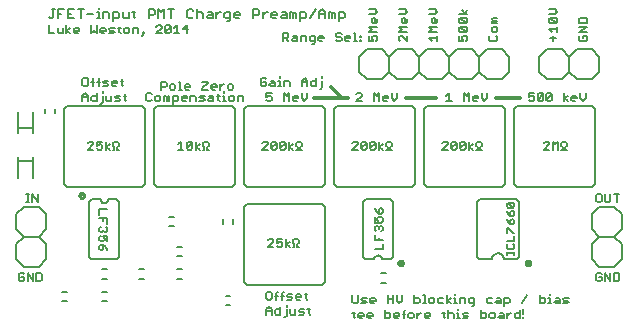
<source format=gto>
G75*
%MOIN*%
%OFA0B0*%
%FSLAX24Y24*%
%IPPOS*%
%LPD*%
%AMOC8*
5,1,8,0,0,1.08239X$1,22.5*
%
%ADD10C,0.0050*%
%ADD11C,0.0120*%
%ADD12C,0.0070*%
%ADD13C,0.0090*%
%ADD14C,0.0060*%
%ADD15C,0.0080*%
D10*
X002004Y000993D02*
X002164Y000993D01*
X002164Y001307D02*
X002004Y001307D01*
X001319Y001720D02*
X001274Y001675D01*
X001139Y001675D01*
X001139Y001945D01*
X001274Y001945D01*
X001319Y001900D01*
X001319Y001720D01*
X001025Y001675D02*
X001025Y001945D01*
X000845Y001945D02*
X001025Y001675D01*
X000845Y001675D02*
X000845Y001945D01*
X000730Y001900D02*
X000685Y001945D01*
X000595Y001945D01*
X000550Y001900D01*
X000550Y001720D01*
X000595Y001675D01*
X000685Y001675D01*
X000730Y001720D01*
X000730Y001810D01*
X000640Y001810D01*
X003320Y001743D02*
X003480Y001743D01*
X003480Y002057D02*
X003320Y002057D01*
X003328Y002704D02*
X003373Y002749D01*
X003373Y002884D01*
X003283Y002884D01*
X003238Y002839D01*
X003238Y002749D01*
X003283Y002704D01*
X003328Y002704D01*
X003463Y002794D02*
X003373Y002884D01*
X003373Y002998D02*
X003283Y002998D01*
X003238Y003043D01*
X003238Y003134D01*
X003283Y003179D01*
X003373Y003179D02*
X003418Y003088D01*
X003418Y003043D01*
X003373Y002998D01*
X003508Y002998D02*
X003508Y003179D01*
X003373Y003179D01*
X003418Y003293D02*
X003373Y003338D01*
X003328Y003293D01*
X003283Y003293D01*
X003238Y003338D01*
X003238Y003428D01*
X003283Y003473D01*
X003373Y003383D02*
X003373Y003338D01*
X003418Y003293D02*
X003463Y003293D01*
X003508Y003338D01*
X003508Y003428D01*
X003463Y003473D01*
X003508Y003588D02*
X003508Y003768D01*
X003238Y003768D01*
X003238Y003882D02*
X003238Y004063D01*
X003508Y004063D01*
X003373Y003768D02*
X003373Y003678D01*
X003463Y002794D02*
X003508Y002704D01*
X004570Y002057D02*
X004730Y002057D01*
X004730Y001743D02*
X004570Y001743D01*
X003480Y001307D02*
X003320Y001307D01*
X003320Y000993D02*
X003480Y000993D01*
X005820Y001743D02*
X005980Y001743D01*
X005980Y002057D02*
X005820Y002057D01*
X005820Y002493D02*
X005980Y002493D01*
X005980Y002807D02*
X005820Y002807D01*
X005730Y003493D02*
X005570Y003493D01*
X005570Y003807D02*
X005730Y003807D01*
X007368Y003730D02*
X007368Y003570D01*
X007682Y003570D02*
X007682Y003730D01*
X008863Y003025D02*
X008908Y003070D01*
X008998Y003070D01*
X009043Y003025D01*
X009043Y002980D01*
X008863Y002800D01*
X009043Y002800D01*
X009157Y002845D02*
X009202Y002800D01*
X009292Y002800D01*
X009337Y002845D01*
X009337Y002935D01*
X009292Y002980D01*
X009247Y002980D01*
X009157Y002935D01*
X009157Y003070D01*
X009337Y003070D01*
X009452Y003070D02*
X009452Y002800D01*
X009452Y002890D02*
X009587Y002980D01*
X009697Y002935D02*
X009742Y002890D01*
X009742Y002800D01*
X009697Y002800D01*
X009587Y002800D02*
X009452Y002890D01*
X009697Y002935D02*
X009697Y003025D01*
X009742Y003070D01*
X009832Y003070D01*
X009878Y003025D01*
X009878Y002935D01*
X009832Y002890D01*
X009832Y002800D01*
X009878Y002800D01*
X012417Y002738D02*
X012688Y002738D01*
X012688Y002918D01*
X012688Y003032D02*
X012417Y003032D01*
X012417Y003212D01*
X012462Y003327D02*
X012417Y003372D01*
X012417Y003462D01*
X012462Y003507D01*
X012507Y003507D01*
X012552Y003462D01*
X012597Y003507D01*
X012642Y003507D01*
X012688Y003462D01*
X012688Y003372D01*
X012642Y003327D01*
X012552Y003417D02*
X012552Y003462D01*
X012552Y003621D02*
X012417Y003621D01*
X012417Y003802D01*
X012507Y003757D02*
X012552Y003802D01*
X012642Y003802D01*
X012688Y003757D01*
X012688Y003666D01*
X012642Y003621D01*
X012552Y003621D02*
X012507Y003712D01*
X012507Y003757D01*
X012552Y003916D02*
X012552Y004051D01*
X012597Y004096D01*
X012642Y004096D01*
X012688Y004051D01*
X012688Y003961D01*
X012642Y003916D01*
X012552Y003916D01*
X012462Y004006D01*
X012417Y004096D01*
X012552Y003122D02*
X012552Y003032D01*
X012633Y001932D02*
X012793Y001932D01*
X012793Y001618D02*
X012633Y001618D01*
X012854Y001195D02*
X012854Y000925D01*
X012854Y001060D02*
X013034Y001060D01*
X013148Y001015D02*
X013238Y000925D01*
X013328Y001015D01*
X013328Y001195D01*
X013148Y001195D02*
X013148Y001015D01*
X013034Y000925D02*
X013034Y001195D01*
X012444Y001060D02*
X012444Y001015D01*
X012264Y001015D01*
X012264Y000970D02*
X012264Y001060D01*
X012309Y001105D01*
X012399Y001105D01*
X012444Y001060D01*
X012399Y000925D02*
X012309Y000925D01*
X012264Y000970D01*
X012150Y000970D02*
X012105Y001015D01*
X012015Y001015D01*
X011970Y001060D01*
X012015Y001105D01*
X012150Y001105D01*
X012150Y000970D02*
X012105Y000925D01*
X011970Y000925D01*
X011855Y000970D02*
X011855Y001195D01*
X011675Y001195D02*
X011675Y000970D01*
X011720Y000925D01*
X011810Y000925D01*
X011855Y000970D01*
X011720Y000650D02*
X011720Y000470D01*
X011765Y000425D01*
X011871Y000470D02*
X011871Y000560D01*
X011916Y000605D01*
X012007Y000605D01*
X012052Y000560D01*
X012052Y000515D01*
X011871Y000515D01*
X011871Y000470D02*
X011916Y000425D01*
X012007Y000425D01*
X012166Y000470D02*
X012166Y000560D01*
X012211Y000605D01*
X012301Y000605D01*
X012346Y000560D01*
X012346Y000515D01*
X012166Y000515D01*
X012166Y000470D02*
X012211Y000425D01*
X012301Y000425D01*
X012755Y000425D02*
X012891Y000425D01*
X012936Y000470D01*
X012936Y000560D01*
X012891Y000605D01*
X012755Y000605D01*
X012755Y000695D02*
X012755Y000425D01*
X013050Y000470D02*
X013050Y000560D01*
X013095Y000605D01*
X013185Y000605D01*
X013230Y000560D01*
X013230Y000515D01*
X013050Y000515D01*
X013050Y000470D02*
X013095Y000425D01*
X013185Y000425D01*
X013390Y000425D02*
X013390Y000650D01*
X013435Y000695D01*
X013435Y000560D02*
X013345Y000560D01*
X013541Y000560D02*
X013541Y000470D01*
X013586Y000425D01*
X013676Y000425D01*
X013721Y000470D01*
X013721Y000560D01*
X013676Y000605D01*
X013586Y000605D01*
X013541Y000560D01*
X013836Y000515D02*
X013926Y000605D01*
X013971Y000605D01*
X014081Y000560D02*
X014126Y000605D01*
X014216Y000605D01*
X014261Y000560D01*
X014261Y000515D01*
X014081Y000515D01*
X014081Y000470D02*
X014081Y000560D01*
X014081Y000470D02*
X014126Y000425D01*
X014216Y000425D01*
X013836Y000425D02*
X013836Y000605D01*
X013873Y000925D02*
X013918Y000970D01*
X013918Y001060D01*
X013873Y001105D01*
X013738Y001105D01*
X013738Y001195D02*
X013738Y000925D01*
X013873Y000925D01*
X014032Y000925D02*
X014122Y000925D01*
X014077Y000925D02*
X014077Y001195D01*
X014032Y001195D01*
X014229Y001060D02*
X014229Y000970D01*
X014274Y000925D01*
X014364Y000925D01*
X014409Y000970D01*
X014409Y001060D01*
X014364Y001105D01*
X014274Y001105D01*
X014229Y001060D01*
X014523Y001060D02*
X014523Y000970D01*
X014568Y000925D01*
X014703Y000925D01*
X014818Y000925D02*
X014818Y001195D01*
X014703Y001105D02*
X014568Y001105D01*
X014523Y001060D01*
X014818Y001015D02*
X014953Y001105D01*
X015063Y001105D02*
X015109Y001105D01*
X015109Y000925D01*
X015154Y000925D02*
X015063Y000925D01*
X014953Y000925D02*
X014818Y001015D01*
X015109Y001195D02*
X015109Y001240D01*
X015260Y001105D02*
X015395Y001105D01*
X015440Y001060D01*
X015440Y000925D01*
X015555Y000970D02*
X015600Y000925D01*
X015735Y000925D01*
X015735Y000880D02*
X015735Y001105D01*
X015600Y001105D01*
X015555Y001060D01*
X015555Y000970D01*
X015645Y000835D02*
X015690Y000835D01*
X015735Y000880D01*
X015947Y000695D02*
X015947Y000425D01*
X016083Y000425D01*
X016128Y000470D01*
X016128Y000560D01*
X016083Y000605D01*
X015947Y000605D01*
X016242Y000560D02*
X016242Y000470D01*
X016287Y000425D01*
X016377Y000425D01*
X016422Y000470D01*
X016422Y000560D01*
X016377Y000605D01*
X016287Y000605D01*
X016242Y000560D01*
X016537Y000470D02*
X016582Y000515D01*
X016717Y000515D01*
X016717Y000560D02*
X016717Y000425D01*
X016582Y000425D01*
X016537Y000470D01*
X016582Y000605D02*
X016672Y000605D01*
X016717Y000560D01*
X016831Y000515D02*
X016921Y000605D01*
X016967Y000605D01*
X017077Y000560D02*
X017077Y000470D01*
X017122Y000425D01*
X017257Y000425D01*
X017257Y000695D01*
X017257Y000605D02*
X017122Y000605D01*
X017077Y000560D01*
X017372Y000560D02*
X017372Y000740D01*
X017322Y000925D02*
X017503Y001195D01*
X017912Y001195D02*
X017912Y000925D01*
X018047Y000925D01*
X018092Y000970D01*
X018092Y001060D01*
X018047Y001105D01*
X017912Y001105D01*
X018206Y001105D02*
X018251Y001105D01*
X018251Y000925D01*
X018206Y000925D02*
X018297Y000925D01*
X018403Y000970D02*
X018448Y001015D01*
X018583Y001015D01*
X018583Y001060D02*
X018583Y000925D01*
X018448Y000925D01*
X018403Y000970D01*
X018448Y001105D02*
X018538Y001105D01*
X018583Y001060D01*
X018698Y001060D02*
X018743Y001105D01*
X018878Y001105D01*
X018833Y001015D02*
X018743Y001015D01*
X018698Y001060D01*
X018698Y000925D02*
X018833Y000925D01*
X018878Y000970D01*
X018833Y001015D01*
X018251Y001195D02*
X018251Y001240D01*
X016913Y001060D02*
X016913Y000970D01*
X016868Y000925D01*
X016733Y000925D01*
X016733Y000835D02*
X016733Y001105D01*
X016868Y001105D01*
X016913Y001060D01*
X016619Y001060D02*
X016619Y000925D01*
X016484Y000925D01*
X016439Y000970D01*
X016484Y001015D01*
X016619Y001015D01*
X016619Y001060D02*
X016574Y001105D01*
X016484Y001105D01*
X016324Y001105D02*
X016189Y001105D01*
X016144Y001060D01*
X016144Y000970D01*
X016189Y000925D01*
X016324Y000925D01*
X016831Y000605D02*
X016831Y000425D01*
X017372Y000425D02*
X017372Y000470D01*
X015538Y000470D02*
X015493Y000425D01*
X015358Y000425D01*
X015403Y000515D02*
X015358Y000560D01*
X015403Y000605D01*
X015538Y000605D01*
X015493Y000515D02*
X015403Y000515D01*
X015493Y000515D02*
X015538Y000470D01*
X015252Y000425D02*
X015162Y000425D01*
X015207Y000425D02*
X015207Y000605D01*
X015162Y000605D01*
X015207Y000695D02*
X015207Y000740D01*
X015047Y000560D02*
X015047Y000425D01*
X014867Y000425D02*
X014867Y000695D01*
X014912Y000605D02*
X015002Y000605D01*
X015047Y000560D01*
X014912Y000605D02*
X014867Y000560D01*
X014761Y000605D02*
X014671Y000605D01*
X014716Y000650D02*
X014716Y000470D01*
X014761Y000425D01*
X015260Y000925D02*
X015260Y001105D01*
X016812Y002550D02*
X016812Y002633D01*
X016812Y002592D02*
X017063Y002592D01*
X017063Y002633D02*
X017063Y002550D01*
X017021Y002734D02*
X017063Y002776D01*
X017063Y002859D01*
X017021Y002901D01*
X017063Y003010D02*
X016812Y003010D01*
X016854Y002901D02*
X016812Y002859D01*
X016812Y002776D01*
X016854Y002734D01*
X017021Y002734D01*
X017063Y003010D02*
X017063Y003177D01*
X017063Y003287D02*
X017021Y003287D01*
X016854Y003453D01*
X016812Y003453D01*
X016812Y003287D01*
X016937Y003563D02*
X016937Y003688D01*
X016979Y003730D01*
X017021Y003730D01*
X017063Y003688D01*
X017063Y003605D01*
X017021Y003563D01*
X016937Y003563D01*
X016854Y003646D01*
X016812Y003730D01*
X016937Y003839D02*
X016937Y003964D01*
X016979Y004006D01*
X017021Y004006D01*
X017063Y003964D01*
X017063Y003881D01*
X017021Y003839D01*
X016937Y003839D01*
X016854Y003923D01*
X016812Y004006D01*
X016854Y004115D02*
X016812Y004157D01*
X016812Y004240D01*
X016854Y004282D01*
X017021Y004115D01*
X017063Y004157D01*
X017063Y004240D01*
X017021Y004282D01*
X016854Y004282D01*
X016854Y004115D02*
X017021Y004115D01*
X019800Y004345D02*
X019845Y004300D01*
X019935Y004300D01*
X019980Y004345D01*
X019980Y004525D01*
X019935Y004570D01*
X019845Y004570D01*
X019800Y004525D01*
X019800Y004345D01*
X020095Y004345D02*
X020140Y004300D01*
X020230Y004300D01*
X020275Y004345D01*
X020275Y004570D01*
X020389Y004570D02*
X020569Y004570D01*
X020479Y004570D02*
X020479Y004300D01*
X020095Y004345D02*
X020095Y004570D01*
X018819Y006050D02*
X018774Y006050D01*
X018774Y006140D01*
X018819Y006185D01*
X018819Y006275D01*
X018774Y006320D01*
X018684Y006320D01*
X018639Y006275D01*
X018639Y006185D01*
X018684Y006140D01*
X018684Y006050D01*
X018639Y006050D01*
X018525Y006050D02*
X018525Y006320D01*
X018435Y006230D01*
X018345Y006320D01*
X018345Y006050D01*
X018230Y006050D02*
X018050Y006050D01*
X018230Y006230D01*
X018230Y006275D01*
X018185Y006320D01*
X018095Y006320D01*
X018050Y006275D01*
X015985Y006275D02*
X015985Y006185D01*
X015940Y006140D01*
X015940Y006050D01*
X015985Y006050D01*
X015850Y006050D02*
X015850Y006140D01*
X015804Y006185D01*
X015804Y006275D01*
X015850Y006320D01*
X015940Y006320D01*
X015985Y006275D01*
X015694Y006230D02*
X015559Y006140D01*
X015694Y006050D01*
X015804Y006050D02*
X015850Y006050D01*
X015559Y006050D02*
X015559Y006320D01*
X015444Y006275D02*
X015264Y006095D01*
X015309Y006050D01*
X015399Y006050D01*
X015444Y006095D01*
X015444Y006275D01*
X015399Y006320D01*
X015309Y006320D01*
X015264Y006275D01*
X015264Y006095D01*
X015150Y006095D02*
X015105Y006050D01*
X015015Y006050D01*
X014970Y006095D01*
X015150Y006275D01*
X015150Y006095D01*
X014970Y006095D02*
X014970Y006275D01*
X015015Y006320D01*
X015105Y006320D01*
X015150Y006275D01*
X014855Y006275D02*
X014855Y006230D01*
X014675Y006050D01*
X014855Y006050D01*
X014855Y006275D02*
X014810Y006320D01*
X014720Y006320D01*
X014675Y006275D01*
X012985Y006275D02*
X012985Y006185D01*
X012940Y006140D01*
X012940Y006050D01*
X012985Y006050D01*
X012850Y006050D02*
X012850Y006140D01*
X012804Y006185D01*
X012804Y006275D01*
X012850Y006320D01*
X012940Y006320D01*
X012985Y006275D01*
X012694Y006230D02*
X012559Y006140D01*
X012694Y006050D01*
X012804Y006050D02*
X012850Y006050D01*
X012559Y006050D02*
X012559Y006320D01*
X012444Y006275D02*
X012264Y006095D01*
X012309Y006050D01*
X012399Y006050D01*
X012444Y006095D01*
X012444Y006275D01*
X012399Y006320D01*
X012309Y006320D01*
X012264Y006275D01*
X012264Y006095D01*
X012150Y006095D02*
X012105Y006050D01*
X012015Y006050D01*
X011970Y006095D01*
X012150Y006275D01*
X012150Y006095D01*
X011970Y006095D02*
X011970Y006275D01*
X012015Y006320D01*
X012105Y006320D01*
X012150Y006275D01*
X011855Y006275D02*
X011855Y006230D01*
X011675Y006050D01*
X011855Y006050D01*
X011855Y006275D02*
X011810Y006320D01*
X011720Y006320D01*
X011675Y006275D01*
X009985Y006275D02*
X009985Y006185D01*
X009940Y006140D01*
X009940Y006050D01*
X009985Y006050D01*
X009850Y006050D02*
X009850Y006140D01*
X009804Y006185D01*
X009804Y006275D01*
X009850Y006320D01*
X009940Y006320D01*
X009985Y006275D01*
X009694Y006230D02*
X009559Y006140D01*
X009694Y006050D01*
X009804Y006050D02*
X009850Y006050D01*
X009559Y006050D02*
X009559Y006320D01*
X009444Y006275D02*
X009264Y006095D01*
X009309Y006050D01*
X009399Y006050D01*
X009444Y006095D01*
X009444Y006275D01*
X009399Y006320D01*
X009309Y006320D01*
X009264Y006275D01*
X009264Y006095D01*
X009150Y006095D02*
X009105Y006050D01*
X009015Y006050D01*
X008970Y006095D01*
X009150Y006275D01*
X009150Y006095D01*
X008970Y006095D02*
X008970Y006275D01*
X009015Y006320D01*
X009105Y006320D01*
X009150Y006275D01*
X008855Y006275D02*
X008855Y006230D01*
X008675Y006050D01*
X008855Y006050D01*
X008855Y006275D02*
X008810Y006320D01*
X008720Y006320D01*
X008675Y006275D01*
X006878Y006275D02*
X006878Y006185D01*
X006832Y006140D01*
X006832Y006050D01*
X006878Y006050D01*
X006742Y006050D02*
X006742Y006140D01*
X006697Y006185D01*
X006697Y006275D01*
X006742Y006320D01*
X006832Y006320D01*
X006878Y006275D01*
X006587Y006230D02*
X006452Y006140D01*
X006587Y006050D01*
X006697Y006050D02*
X006742Y006050D01*
X006452Y006050D02*
X006452Y006320D01*
X006337Y006275D02*
X006157Y006095D01*
X006202Y006050D01*
X006292Y006050D01*
X006337Y006095D01*
X006337Y006275D01*
X006292Y006320D01*
X006202Y006320D01*
X006157Y006275D01*
X006157Y006095D01*
X006043Y006050D02*
X005863Y006050D01*
X005953Y006050D02*
X005953Y006320D01*
X005863Y006230D01*
X003878Y006185D02*
X003832Y006140D01*
X003832Y006050D01*
X003878Y006050D01*
X003878Y006185D02*
X003878Y006275D01*
X003832Y006320D01*
X003742Y006320D01*
X003697Y006275D01*
X003697Y006185D01*
X003742Y006140D01*
X003742Y006050D01*
X003697Y006050D01*
X003587Y006050D02*
X003452Y006140D01*
X003587Y006230D01*
X003452Y006320D02*
X003452Y006050D01*
X003337Y006095D02*
X003337Y006185D01*
X003292Y006230D01*
X003247Y006230D01*
X003157Y006185D01*
X003157Y006320D01*
X003337Y006320D01*
X003043Y006275D02*
X003043Y006230D01*
X002863Y006050D01*
X003043Y006050D01*
X003157Y006095D02*
X003202Y006050D01*
X003292Y006050D01*
X003337Y006095D01*
X003043Y006275D02*
X002998Y006320D01*
X002908Y006320D01*
X002863Y006275D01*
X001745Y007260D02*
X001745Y007420D01*
X001430Y007420D02*
X001430Y007260D01*
X002675Y007675D02*
X002675Y007855D01*
X002765Y007945D01*
X002855Y007855D01*
X002855Y007675D01*
X002970Y007720D02*
X002970Y007810D01*
X003015Y007855D01*
X003150Y007855D01*
X003150Y007945D02*
X003150Y007675D01*
X003015Y007675D01*
X002970Y007720D01*
X002855Y007810D02*
X002675Y007810D01*
X003264Y007585D02*
X003309Y007585D01*
X003354Y007630D01*
X003354Y007855D01*
X003354Y007945D02*
X003354Y007990D01*
X003461Y007855D02*
X003461Y007720D01*
X003506Y007675D01*
X003641Y007675D01*
X003641Y007855D01*
X003755Y007810D02*
X003800Y007855D01*
X003936Y007855D01*
X003891Y007765D02*
X003800Y007765D01*
X003755Y007810D01*
X003755Y007675D02*
X003891Y007675D01*
X003936Y007720D01*
X003891Y007765D01*
X004050Y007855D02*
X004140Y007855D01*
X004095Y007900D02*
X004095Y007720D01*
X004140Y007675D01*
X004800Y007720D02*
X004845Y007675D01*
X004935Y007675D01*
X004980Y007720D01*
X005095Y007720D02*
X005140Y007675D01*
X005230Y007675D01*
X005275Y007720D01*
X005275Y007810D01*
X005230Y007855D01*
X005140Y007855D01*
X005095Y007810D01*
X005095Y007720D01*
X004980Y007900D02*
X004935Y007945D01*
X004845Y007945D01*
X004800Y007900D01*
X004800Y007720D01*
X005389Y007675D02*
X005389Y007855D01*
X005434Y007855D01*
X005479Y007810D01*
X005524Y007855D01*
X005569Y007810D01*
X005569Y007675D01*
X005479Y007675D02*
X005479Y007810D01*
X005684Y007855D02*
X005819Y007855D01*
X005864Y007810D01*
X005864Y007720D01*
X005819Y007675D01*
X005684Y007675D01*
X005684Y007585D02*
X005684Y007855D01*
X005979Y007810D02*
X006024Y007855D01*
X006114Y007855D01*
X006159Y007810D01*
X006159Y007765D01*
X005979Y007765D01*
X005979Y007720D02*
X005979Y007810D01*
X005979Y007720D02*
X006024Y007675D01*
X006114Y007675D01*
X006273Y007675D02*
X006273Y007855D01*
X006408Y007855D01*
X006453Y007810D01*
X006453Y007675D01*
X006568Y007675D02*
X006703Y007675D01*
X006748Y007720D01*
X006703Y007765D01*
X006613Y007765D01*
X006568Y007810D01*
X006613Y007855D01*
X006748Y007855D01*
X006908Y007855D02*
X006998Y007855D01*
X007043Y007810D01*
X007043Y007675D01*
X006908Y007675D01*
X006863Y007720D01*
X006908Y007765D01*
X007043Y007765D01*
X007157Y007855D02*
X007247Y007855D01*
X007202Y007900D02*
X007202Y007720D01*
X007247Y007675D01*
X007354Y007675D02*
X007444Y007675D01*
X007399Y007675D02*
X007399Y007855D01*
X007354Y007855D01*
X007399Y007945D02*
X007399Y007990D01*
X007264Y008050D02*
X007264Y008230D01*
X007264Y008140D02*
X007354Y008230D01*
X007399Y008230D01*
X007510Y008185D02*
X007510Y008095D01*
X007555Y008050D01*
X007645Y008050D01*
X007690Y008095D01*
X007690Y008185D01*
X007645Y008230D01*
X007555Y008230D01*
X007510Y008185D01*
X007150Y008185D02*
X007150Y008140D01*
X006970Y008140D01*
X006970Y008095D02*
X006970Y008185D01*
X007015Y008230D01*
X007105Y008230D01*
X007150Y008185D01*
X007105Y008050D02*
X007015Y008050D01*
X006970Y008095D01*
X006855Y008050D02*
X006675Y008050D01*
X006675Y008095D01*
X006855Y008275D01*
X006855Y008320D01*
X006675Y008320D01*
X006266Y008185D02*
X006266Y008140D01*
X006086Y008140D01*
X006086Y008095D02*
X006086Y008185D01*
X006131Y008230D01*
X006221Y008230D01*
X006266Y008185D01*
X006221Y008050D02*
X006131Y008050D01*
X006086Y008095D01*
X005979Y008050D02*
X005889Y008050D01*
X005934Y008050D02*
X005934Y008320D01*
X005889Y008320D01*
X005775Y008185D02*
X005730Y008230D01*
X005640Y008230D01*
X005595Y008185D01*
X005595Y008095D01*
X005640Y008050D01*
X005730Y008050D01*
X005775Y008095D01*
X005775Y008185D01*
X005480Y008185D02*
X005480Y008275D01*
X005435Y008320D01*
X005300Y008320D01*
X005300Y008050D01*
X005300Y008140D02*
X005435Y008140D01*
X005480Y008185D01*
X004042Y008175D02*
X003997Y008220D01*
X003997Y008400D01*
X003952Y008355D02*
X004042Y008355D01*
X003837Y008310D02*
X003837Y008265D01*
X003657Y008265D01*
X003657Y008220D02*
X003657Y008310D01*
X003702Y008355D01*
X003792Y008355D01*
X003837Y008310D01*
X003792Y008175D02*
X003702Y008175D01*
X003657Y008220D01*
X003543Y008220D02*
X003498Y008265D01*
X003408Y008265D01*
X003363Y008310D01*
X003408Y008355D01*
X003543Y008355D01*
X003543Y008220D02*
X003498Y008175D01*
X003363Y008175D01*
X003211Y008175D02*
X003211Y008400D01*
X003256Y008445D01*
X003256Y008310D02*
X003166Y008310D01*
X003060Y008310D02*
X002970Y008310D01*
X003015Y008400D02*
X003015Y008175D01*
X002855Y008220D02*
X002855Y008400D01*
X002810Y008445D01*
X002720Y008445D01*
X002675Y008400D01*
X002675Y008220D01*
X002720Y008175D01*
X002810Y008175D01*
X002855Y008220D01*
X003015Y008400D02*
X003060Y008445D01*
X002974Y009925D02*
X003064Y010015D01*
X003154Y009925D01*
X003154Y010195D01*
X003269Y010060D02*
X003314Y010105D01*
X003404Y010105D01*
X003449Y010060D01*
X003449Y010015D01*
X003269Y010015D01*
X003269Y009970D02*
X003269Y010060D01*
X003269Y009970D02*
X003314Y009925D01*
X003404Y009925D01*
X003563Y009925D02*
X003699Y009925D01*
X003744Y009970D01*
X003699Y010015D01*
X003608Y010015D01*
X003563Y010060D01*
X003608Y010105D01*
X003744Y010105D01*
X003858Y010105D02*
X003948Y010105D01*
X003903Y010150D02*
X003903Y009970D01*
X003948Y009925D01*
X004055Y009970D02*
X004100Y009925D01*
X004190Y009925D01*
X004235Y009970D01*
X004235Y010060D01*
X004190Y010105D01*
X004100Y010105D01*
X004055Y010060D01*
X004055Y009970D01*
X004349Y009925D02*
X004349Y010105D01*
X004484Y010105D01*
X004529Y010060D01*
X004529Y009925D01*
X004644Y009835D02*
X004734Y009925D01*
X004689Y009925D01*
X004689Y009970D01*
X004734Y009970D01*
X004734Y009925D01*
X005135Y009925D02*
X005315Y010105D01*
X005315Y010150D01*
X005270Y010195D01*
X005180Y010195D01*
X005135Y010150D01*
X005430Y010150D02*
X005430Y009970D01*
X005610Y010150D01*
X005610Y009970D01*
X005565Y009925D01*
X005475Y009925D01*
X005430Y009970D01*
X005315Y009925D02*
X005135Y009925D01*
X005430Y010150D02*
X005475Y010195D01*
X005565Y010195D01*
X005610Y010150D01*
X005724Y010105D02*
X005814Y010195D01*
X005814Y009925D01*
X005724Y009925D02*
X005904Y009925D01*
X006154Y009925D02*
X006154Y010195D01*
X006019Y010060D01*
X006199Y010060D01*
X006219Y010425D02*
X006319Y010425D01*
X006369Y010475D01*
X006492Y010425D02*
X006492Y010725D01*
X006542Y010625D02*
X006492Y010575D01*
X006542Y010625D02*
X006642Y010625D01*
X006692Y010575D01*
X006692Y010425D01*
X006814Y010475D02*
X006864Y010525D01*
X007014Y010525D01*
X007014Y010575D02*
X007014Y010425D01*
X006864Y010425D01*
X006814Y010475D01*
X006964Y010625D02*
X007014Y010575D01*
X006964Y010625D02*
X006864Y010625D01*
X007136Y010625D02*
X007136Y010425D01*
X007136Y010525D02*
X007236Y010625D01*
X007286Y010625D01*
X007405Y010575D02*
X007405Y010475D01*
X007455Y010425D01*
X007605Y010425D01*
X007605Y010375D02*
X007555Y010325D01*
X007505Y010325D01*
X007605Y010375D02*
X007605Y010625D01*
X007455Y010625D01*
X007405Y010575D01*
X007727Y010575D02*
X007727Y010475D01*
X007777Y010425D01*
X007877Y010425D01*
X007927Y010525D02*
X007727Y010525D01*
X007727Y010575D02*
X007777Y010625D01*
X007877Y010625D01*
X007927Y010575D01*
X007927Y010525D01*
X008371Y010525D02*
X008522Y010525D01*
X008572Y010575D01*
X008572Y010675D01*
X008522Y010725D01*
X008371Y010725D01*
X008371Y010425D01*
X008694Y010425D02*
X008694Y010625D01*
X008794Y010625D02*
X008844Y010625D01*
X008794Y010625D02*
X008694Y010525D01*
X008962Y010525D02*
X009162Y010525D01*
X009162Y010575D01*
X009112Y010625D01*
X009012Y010625D01*
X008962Y010575D01*
X008962Y010475D01*
X009012Y010425D01*
X009112Y010425D01*
X009285Y010475D02*
X009335Y010525D01*
X009485Y010525D01*
X009485Y010575D02*
X009485Y010425D01*
X009335Y010425D01*
X009285Y010475D01*
X009435Y010625D02*
X009485Y010575D01*
X009435Y010625D02*
X009335Y010625D01*
X009607Y010625D02*
X009657Y010625D01*
X009707Y010575D01*
X009757Y010625D01*
X009807Y010575D01*
X009807Y010425D01*
X009707Y010425D02*
X009707Y010575D01*
X009607Y010625D02*
X009607Y010425D01*
X009929Y010425D02*
X010079Y010425D01*
X010129Y010475D01*
X010129Y010575D01*
X010079Y010625D01*
X009929Y010625D01*
X009929Y010325D01*
X010251Y010425D02*
X010452Y010725D01*
X010574Y010625D02*
X010674Y010725D01*
X010774Y010625D01*
X010774Y010425D01*
X010896Y010425D02*
X010896Y010625D01*
X010946Y010625D01*
X010996Y010575D01*
X011046Y010625D01*
X011096Y010575D01*
X011096Y010425D01*
X010996Y010425D02*
X010996Y010575D01*
X010774Y010575D02*
X010574Y010575D01*
X010574Y010625D02*
X010574Y010425D01*
X011218Y010425D02*
X011368Y010425D01*
X011418Y010475D01*
X011418Y010575D01*
X011368Y010625D01*
X011218Y010625D01*
X011218Y010325D01*
X011175Y009945D02*
X011130Y009900D01*
X011130Y009855D01*
X011175Y009810D01*
X011266Y009810D01*
X011311Y009765D01*
X011311Y009720D01*
X011266Y009675D01*
X011175Y009675D01*
X011130Y009720D01*
X011175Y009945D02*
X011266Y009945D01*
X011311Y009900D01*
X011425Y009810D02*
X011470Y009855D01*
X011560Y009855D01*
X011605Y009810D01*
X011605Y009765D01*
X011425Y009765D01*
X011425Y009720D02*
X011425Y009810D01*
X011425Y009720D02*
X011470Y009675D01*
X011560Y009675D01*
X011720Y009675D02*
X011810Y009675D01*
X011765Y009675D02*
X011765Y009945D01*
X011720Y009945D01*
X011916Y009855D02*
X011916Y009810D01*
X011961Y009810D01*
X011961Y009855D01*
X011916Y009855D01*
X011916Y009720D02*
X011916Y009675D01*
X011961Y009675D01*
X011961Y009720D01*
X011916Y009720D01*
X012230Y009675D02*
X012230Y009855D01*
X012320Y009810D02*
X012365Y009855D01*
X012455Y009855D01*
X012500Y009810D01*
X012500Y009720D01*
X012455Y009675D01*
X012365Y009675D02*
X012320Y009765D01*
X012320Y009810D01*
X012365Y009675D02*
X012230Y009675D01*
X012230Y009970D02*
X012320Y010060D01*
X012230Y010150D01*
X012500Y010150D01*
X012455Y010264D02*
X012365Y010264D01*
X012320Y010309D01*
X012320Y010399D01*
X012365Y010444D01*
X012410Y010444D01*
X012410Y010264D01*
X012455Y010264D02*
X012500Y010309D01*
X012500Y010399D01*
X012410Y010559D02*
X012500Y010649D01*
X012410Y010739D01*
X012230Y010739D01*
X012230Y010559D02*
X012410Y010559D01*
X013230Y010559D02*
X013410Y010559D01*
X013500Y010649D01*
X013410Y010739D01*
X013230Y010739D01*
X013365Y010444D02*
X013410Y010444D01*
X013410Y010264D01*
X013455Y010264D02*
X013365Y010264D01*
X013320Y010309D01*
X013320Y010399D01*
X013365Y010444D01*
X013500Y010399D02*
X013500Y010309D01*
X013455Y010264D01*
X013500Y010150D02*
X013230Y010150D01*
X013320Y010060D01*
X013230Y009970D01*
X013500Y009970D01*
X013500Y009855D02*
X013500Y009675D01*
X013320Y009855D01*
X013275Y009855D01*
X013230Y009810D01*
X013230Y009720D01*
X013275Y009675D01*
X012500Y009970D02*
X012230Y009970D01*
X010721Y009810D02*
X010721Y009765D01*
X010541Y009765D01*
X010541Y009720D02*
X010541Y009810D01*
X010586Y009855D01*
X010676Y009855D01*
X010721Y009810D01*
X010676Y009675D02*
X010586Y009675D01*
X010541Y009720D01*
X010427Y009675D02*
X010291Y009675D01*
X010246Y009720D01*
X010246Y009810D01*
X010291Y009855D01*
X010427Y009855D01*
X010427Y009630D01*
X010382Y009585D01*
X010337Y009585D01*
X010132Y009675D02*
X010132Y009810D01*
X010087Y009855D01*
X009952Y009855D01*
X009952Y009675D01*
X009837Y009675D02*
X009837Y009810D01*
X009792Y009855D01*
X009702Y009855D01*
X009702Y009765D02*
X009837Y009765D01*
X009837Y009675D02*
X009702Y009675D01*
X009657Y009720D01*
X009702Y009765D01*
X009543Y009810D02*
X009543Y009900D01*
X009498Y009945D01*
X009363Y009945D01*
X009363Y009675D01*
X009363Y009765D02*
X009498Y009765D01*
X009543Y009810D01*
X009453Y009765D02*
X009543Y009675D01*
X009247Y008490D02*
X009247Y008445D01*
X009247Y008355D02*
X009247Y008175D01*
X009202Y008175D02*
X009292Y008175D01*
X009398Y008175D02*
X009398Y008355D01*
X009533Y008355D01*
X009578Y008310D01*
X009578Y008175D01*
X009569Y007945D02*
X009569Y007675D01*
X009684Y007720D02*
X009684Y007810D01*
X009729Y007855D01*
X009819Y007855D01*
X009864Y007810D01*
X009864Y007765D01*
X009684Y007765D01*
X009684Y007720D02*
X009729Y007675D01*
X009819Y007675D01*
X009979Y007765D02*
X010069Y007675D01*
X010159Y007765D01*
X010159Y007945D01*
X009979Y007945D02*
X009979Y007765D01*
X009569Y007945D02*
X009479Y007855D01*
X009389Y007945D01*
X009389Y007675D01*
X008980Y007720D02*
X008935Y007675D01*
X008845Y007675D01*
X008800Y007720D01*
X008800Y007810D02*
X008890Y007855D01*
X008935Y007855D01*
X008980Y007810D01*
X008980Y007720D01*
X008800Y007810D02*
X008800Y007945D01*
X008980Y007945D01*
X008952Y008175D02*
X008907Y008220D01*
X008952Y008265D01*
X009087Y008265D01*
X009087Y008310D02*
X009087Y008175D01*
X008952Y008175D01*
X008793Y008220D02*
X008793Y008310D01*
X008703Y008310D01*
X008793Y008220D02*
X008748Y008175D01*
X008658Y008175D01*
X008613Y008220D01*
X008613Y008400D01*
X008658Y008445D01*
X008748Y008445D01*
X008793Y008400D01*
X008952Y008355D02*
X009042Y008355D01*
X009087Y008310D01*
X009202Y008355D02*
X009247Y008355D01*
X009988Y008355D02*
X009988Y008175D01*
X009988Y008310D02*
X010168Y008310D01*
X010168Y008355D02*
X010168Y008175D01*
X010282Y008220D02*
X010282Y008310D01*
X010327Y008355D01*
X010462Y008355D01*
X010462Y008445D02*
X010462Y008175D01*
X010327Y008175D01*
X010282Y008220D01*
X010168Y008355D02*
X010078Y008445D01*
X009988Y008355D01*
X010577Y008085D02*
X010622Y008085D01*
X010667Y008130D01*
X010667Y008355D01*
X010667Y008445D02*
X010667Y008490D01*
X011800Y007900D02*
X011845Y007945D01*
X011935Y007945D01*
X011980Y007900D01*
X011980Y007855D01*
X011800Y007675D01*
X011980Y007675D01*
X012389Y007675D02*
X012389Y007945D01*
X012479Y007855D01*
X012569Y007945D01*
X012569Y007675D01*
X012684Y007720D02*
X012684Y007810D01*
X012729Y007855D01*
X012819Y007855D01*
X012864Y007810D01*
X012864Y007765D01*
X012684Y007765D01*
X012684Y007720D02*
X012729Y007675D01*
X012819Y007675D01*
X012979Y007765D02*
X013069Y007675D01*
X013159Y007765D01*
X013159Y007945D01*
X012979Y007945D02*
X012979Y007765D01*
X014800Y007675D02*
X014980Y007675D01*
X014890Y007675D02*
X014890Y007945D01*
X014800Y007855D01*
X015389Y007945D02*
X015389Y007675D01*
X015569Y007675D02*
X015569Y007945D01*
X015479Y007855D01*
X015389Y007945D01*
X015684Y007810D02*
X015729Y007855D01*
X015819Y007855D01*
X015864Y007810D01*
X015864Y007765D01*
X015684Y007765D01*
X015684Y007720D02*
X015684Y007810D01*
X015684Y007720D02*
X015729Y007675D01*
X015819Y007675D01*
X015979Y007765D02*
X016069Y007675D01*
X016159Y007765D01*
X016159Y007945D01*
X015979Y007945D02*
X015979Y007765D01*
X017550Y007720D02*
X017595Y007675D01*
X017685Y007675D01*
X017730Y007720D01*
X017730Y007810D01*
X017685Y007855D01*
X017640Y007855D01*
X017550Y007810D01*
X017550Y007945D01*
X017730Y007945D01*
X017845Y007900D02*
X017890Y007945D01*
X017980Y007945D01*
X018025Y007900D01*
X017845Y007720D01*
X017890Y007675D01*
X017980Y007675D01*
X018025Y007720D01*
X018025Y007900D01*
X018139Y007900D02*
X018139Y007720D01*
X018319Y007900D01*
X018319Y007720D01*
X018274Y007675D01*
X018184Y007675D01*
X018139Y007720D01*
X018139Y007900D02*
X018184Y007945D01*
X018274Y007945D01*
X018319Y007900D01*
X018729Y007945D02*
X018729Y007675D01*
X018729Y007765D02*
X018864Y007855D01*
X018974Y007810D02*
X019019Y007855D01*
X019109Y007855D01*
X019154Y007810D01*
X019154Y007765D01*
X018974Y007765D01*
X018974Y007720D02*
X018974Y007810D01*
X018974Y007720D02*
X019019Y007675D01*
X019109Y007675D01*
X019269Y007765D02*
X019359Y007675D01*
X019449Y007765D01*
X019449Y007945D01*
X019269Y007945D02*
X019269Y007765D01*
X018864Y007675D02*
X018729Y007765D01*
X017845Y007720D02*
X017845Y007900D01*
X018365Y009675D02*
X018365Y009855D01*
X018320Y009970D02*
X018230Y010060D01*
X018500Y010060D01*
X018500Y009970D02*
X018500Y010150D01*
X018455Y010264D02*
X018275Y010264D01*
X018230Y010309D01*
X018230Y010399D01*
X018275Y010444D01*
X018455Y010264D01*
X018500Y010309D01*
X018500Y010399D01*
X018455Y010444D01*
X018275Y010444D01*
X018230Y010559D02*
X018410Y010559D01*
X018500Y010649D01*
X018410Y010739D01*
X018230Y010739D01*
X019230Y010399D02*
X019230Y010264D01*
X019500Y010264D01*
X019500Y010399D01*
X019455Y010444D01*
X019275Y010444D01*
X019230Y010399D01*
X019230Y010150D02*
X019500Y010150D01*
X019230Y009970D01*
X019500Y009970D01*
X019455Y009855D02*
X019365Y009855D01*
X019365Y009765D01*
X019275Y009675D02*
X019455Y009675D01*
X019500Y009720D01*
X019500Y009810D01*
X019455Y009855D01*
X019275Y009855D02*
X019230Y009810D01*
X019230Y009720D01*
X019275Y009675D01*
X018455Y009765D02*
X018275Y009765D01*
X016500Y009720D02*
X016500Y009810D01*
X016455Y009855D01*
X016455Y009970D02*
X016365Y009970D01*
X016320Y010015D01*
X016320Y010105D01*
X016365Y010150D01*
X016455Y010150D01*
X016500Y010105D01*
X016500Y010015D01*
X016455Y009970D01*
X016275Y009855D02*
X016230Y009810D01*
X016230Y009720D01*
X016275Y009675D01*
X016455Y009675D01*
X016500Y009720D01*
X016500Y010264D02*
X016320Y010264D01*
X016320Y010309D01*
X016365Y010354D01*
X016320Y010399D01*
X016365Y010444D01*
X016500Y010444D01*
X016500Y010354D02*
X016365Y010354D01*
X015500Y010309D02*
X015455Y010264D01*
X015275Y010444D01*
X015455Y010444D01*
X015500Y010399D01*
X015500Y010309D01*
X015455Y010264D02*
X015275Y010264D01*
X015230Y010309D01*
X015230Y010399D01*
X015275Y010444D01*
X015230Y010559D02*
X015500Y010559D01*
X015410Y010559D02*
X015320Y010694D01*
X015410Y010559D02*
X015500Y010694D01*
X015455Y010150D02*
X015275Y010150D01*
X015455Y009970D01*
X015500Y010015D01*
X015500Y010105D01*
X015455Y010150D01*
X015275Y010150D02*
X015230Y010105D01*
X015230Y010015D01*
X015275Y009970D01*
X015455Y009970D01*
X015455Y009855D02*
X015365Y009855D01*
X015320Y009810D01*
X015320Y009765D01*
X015365Y009675D01*
X015230Y009675D01*
X015230Y009855D01*
X015455Y009855D02*
X015500Y009810D01*
X015500Y009720D01*
X015455Y009675D01*
X014500Y009675D02*
X014500Y009855D01*
X014500Y009765D02*
X014230Y009765D01*
X014320Y009675D01*
X014230Y009970D02*
X014320Y010060D01*
X014230Y010150D01*
X014500Y010150D01*
X014455Y010264D02*
X014365Y010264D01*
X014320Y010309D01*
X014320Y010399D01*
X014365Y010444D01*
X014410Y010444D01*
X014410Y010264D01*
X014455Y010264D02*
X014500Y010309D01*
X014500Y010399D01*
X014410Y010559D02*
X014230Y010559D01*
X014410Y010559D02*
X014500Y010649D01*
X014410Y010739D01*
X014230Y010739D01*
X014230Y009970D02*
X014500Y009970D01*
X008025Y007810D02*
X008025Y007675D01*
X008025Y007810D02*
X007980Y007855D01*
X007845Y007855D01*
X007845Y007675D01*
X007730Y007720D02*
X007730Y007810D01*
X007685Y007855D01*
X007595Y007855D01*
X007550Y007810D01*
X007550Y007720D01*
X007595Y007675D01*
X007685Y007675D01*
X007730Y007720D01*
X002974Y009925D02*
X002974Y010195D01*
X003161Y010425D02*
X003261Y010425D01*
X003211Y010425D02*
X003211Y010625D01*
X003161Y010625D01*
X003211Y010725D02*
X003211Y010775D01*
X003376Y010625D02*
X003526Y010625D01*
X003576Y010575D01*
X003576Y010425D01*
X003698Y010425D02*
X003849Y010425D01*
X003899Y010475D01*
X003899Y010575D01*
X003849Y010625D01*
X003698Y010625D01*
X003698Y010325D01*
X003376Y010425D02*
X003376Y010625D01*
X003039Y010575D02*
X002839Y010575D01*
X002717Y010725D02*
X002517Y010725D01*
X002617Y010725D02*
X002617Y010425D01*
X002395Y010425D02*
X002195Y010425D01*
X002195Y010725D01*
X002395Y010725D01*
X002295Y010575D02*
X002195Y010575D01*
X002072Y010725D02*
X001872Y010725D01*
X001872Y010425D01*
X001872Y010575D02*
X001972Y010575D01*
X001750Y010725D02*
X001650Y010725D01*
X001700Y010725D02*
X001700Y010475D01*
X001650Y010425D01*
X001600Y010425D01*
X001550Y010475D01*
X001550Y010195D02*
X001550Y009925D01*
X001730Y009925D01*
X001845Y009970D02*
X001890Y009925D01*
X002025Y009925D01*
X002025Y010105D01*
X002139Y010015D02*
X002274Y010105D01*
X002385Y010060D02*
X002385Y009970D01*
X002430Y009925D01*
X002520Y009925D01*
X002565Y010015D02*
X002385Y010015D01*
X002385Y010060D02*
X002430Y010105D01*
X002520Y010105D01*
X002565Y010060D01*
X002565Y010015D01*
X002274Y009925D02*
X002139Y010015D01*
X002139Y009925D02*
X002139Y010195D01*
X001845Y010105D02*
X001845Y009970D01*
X004021Y010475D02*
X004071Y010425D01*
X004221Y010425D01*
X004221Y010625D01*
X004343Y010625D02*
X004443Y010625D01*
X004393Y010675D02*
X004393Y010475D01*
X004443Y010425D01*
X004021Y010475D02*
X004021Y010625D01*
X004880Y010525D02*
X005030Y010525D01*
X005080Y010575D01*
X005080Y010675D01*
X005030Y010725D01*
X004880Y010725D01*
X004880Y010425D01*
X005202Y010425D02*
X005202Y010725D01*
X005303Y010625D01*
X005403Y010725D01*
X005403Y010425D01*
X005625Y010425D02*
X005625Y010725D01*
X005525Y010725D02*
X005725Y010725D01*
X006169Y010675D02*
X006169Y010475D01*
X006219Y010425D01*
X006169Y010675D02*
X006219Y010725D01*
X006319Y010725D01*
X006369Y010675D01*
X001177Y004570D02*
X001177Y004300D01*
X000996Y004570D01*
X000996Y004300D01*
X000890Y004300D02*
X000800Y004300D01*
X000845Y004300D02*
X000845Y004570D01*
X000800Y004570D02*
X000890Y004570D01*
X007445Y001182D02*
X007605Y001182D01*
X007605Y000868D02*
X007445Y000868D01*
X008800Y000730D02*
X008800Y000550D01*
X008980Y000550D02*
X008980Y000730D01*
X008890Y000820D01*
X008800Y000730D01*
X008800Y000685D02*
X008980Y000685D01*
X009095Y000685D02*
X009095Y000595D01*
X009140Y000550D01*
X009275Y000550D01*
X009275Y000820D01*
X009275Y000730D02*
X009140Y000730D01*
X009095Y000685D01*
X009389Y000460D02*
X009434Y000460D01*
X009479Y000505D01*
X009479Y000730D01*
X009479Y000820D02*
X009479Y000865D01*
X009586Y000730D02*
X009586Y000595D01*
X009631Y000550D01*
X009766Y000550D01*
X009766Y000730D01*
X009880Y000685D02*
X009925Y000730D01*
X010061Y000730D01*
X010016Y000640D02*
X009925Y000640D01*
X009880Y000685D01*
X010016Y000640D02*
X010061Y000595D01*
X010016Y000550D01*
X009880Y000550D01*
X010220Y000595D02*
X010220Y000775D01*
X010175Y000730D02*
X010265Y000730D01*
X010220Y000595D02*
X010265Y000550D01*
X010167Y001050D02*
X010122Y001095D01*
X010122Y001275D01*
X010077Y001230D02*
X010167Y001230D01*
X009962Y001185D02*
X009962Y001140D01*
X009782Y001140D01*
X009782Y001095D02*
X009782Y001185D01*
X009827Y001230D01*
X009917Y001230D01*
X009962Y001185D01*
X009917Y001050D02*
X009827Y001050D01*
X009782Y001095D01*
X009668Y001095D02*
X009623Y001140D01*
X009533Y001140D01*
X009488Y001185D01*
X009533Y001230D01*
X009668Y001230D01*
X009381Y001185D02*
X009291Y001185D01*
X009336Y001275D02*
X009336Y001050D01*
X009488Y001050D02*
X009623Y001050D01*
X009668Y001095D01*
X009381Y001320D02*
X009336Y001275D01*
X009185Y001320D02*
X009140Y001275D01*
X009140Y001050D01*
X009095Y001185D02*
X009185Y001185D01*
X008980Y001095D02*
X008980Y001275D01*
X008935Y001320D01*
X008845Y001320D01*
X008800Y001275D01*
X008800Y001095D01*
X008845Y001050D01*
X008935Y001050D01*
X008980Y001095D01*
X011675Y000605D02*
X011765Y000605D01*
X019800Y001720D02*
X019845Y001675D01*
X019935Y001675D01*
X019980Y001720D01*
X019980Y001810D01*
X019890Y001810D01*
X019800Y001900D02*
X019800Y001720D01*
X020095Y001675D02*
X020095Y001945D01*
X020275Y001675D01*
X020275Y001945D01*
X020389Y001945D02*
X020524Y001945D01*
X020569Y001900D01*
X020569Y001720D01*
X020524Y001675D01*
X020389Y001675D01*
X020389Y001945D01*
X019980Y001900D02*
X019935Y001945D01*
X019845Y001945D01*
X019800Y001900D01*
D11*
X017275Y007775D02*
X016463Y007775D01*
X014463Y007775D02*
X013463Y007775D01*
X011525Y007775D02*
X011338Y007775D01*
X010400Y007775D01*
X010963Y008150D02*
X011338Y007775D01*
D12*
X012150Y004400D02*
X012900Y004400D01*
X012920Y004398D01*
X012939Y004394D01*
X012957Y004386D01*
X012973Y004376D01*
X012988Y004363D01*
X013001Y004348D01*
X013011Y004332D01*
X013019Y004314D01*
X013023Y004295D01*
X013025Y004275D01*
X013025Y002525D01*
X013023Y002505D01*
X013019Y002486D01*
X013011Y002468D01*
X013001Y002452D01*
X012988Y002437D01*
X012973Y002424D01*
X012957Y002414D01*
X012939Y002406D01*
X012920Y002402D01*
X012900Y002400D01*
X012650Y002400D01*
X012648Y002420D01*
X012644Y002439D01*
X012636Y002457D01*
X012626Y002473D01*
X012613Y002488D01*
X012598Y002501D01*
X012582Y002511D01*
X012564Y002519D01*
X012545Y002523D01*
X012525Y002525D01*
X012505Y002523D01*
X012486Y002519D01*
X012468Y002511D01*
X012452Y002501D01*
X012437Y002488D01*
X012424Y002473D01*
X012414Y002457D01*
X012406Y002439D01*
X012402Y002420D01*
X012400Y002400D01*
X012150Y002400D01*
X012130Y002402D01*
X012111Y002406D01*
X012093Y002414D01*
X012077Y002424D01*
X012062Y002437D01*
X012049Y002452D01*
X012039Y002468D01*
X012031Y002486D01*
X012027Y002505D01*
X012025Y002525D01*
X012025Y004275D01*
X012027Y004295D01*
X012031Y004314D01*
X012039Y004332D01*
X012049Y004348D01*
X012062Y004363D01*
X012077Y004376D01*
X012093Y004386D01*
X012111Y004394D01*
X012130Y004398D01*
X012150Y004400D01*
X013275Y002275D02*
X013285Y002275D01*
X017525Y002275D02*
X017535Y002275D01*
X003900Y002525D02*
X003900Y004275D01*
X003898Y004295D01*
X003894Y004314D01*
X003886Y004332D01*
X003876Y004348D01*
X003863Y004363D01*
X003848Y004376D01*
X003832Y004386D01*
X003814Y004394D01*
X003795Y004398D01*
X003775Y004400D01*
X003525Y004400D01*
X003400Y004275D02*
X003380Y004277D01*
X003361Y004281D01*
X003343Y004289D01*
X003327Y004299D01*
X003312Y004312D01*
X003299Y004327D01*
X003289Y004343D01*
X003281Y004361D01*
X003277Y004380D01*
X003275Y004400D01*
X003025Y004400D01*
X003005Y004398D01*
X002986Y004394D01*
X002968Y004386D01*
X002952Y004376D01*
X002937Y004363D01*
X002924Y004348D01*
X002914Y004332D01*
X002906Y004314D01*
X002902Y004295D01*
X002900Y004275D01*
X002900Y002525D01*
X002902Y002505D01*
X002906Y002486D01*
X002914Y002468D01*
X002924Y002452D01*
X002937Y002437D01*
X002952Y002424D01*
X002968Y002414D01*
X002986Y002406D01*
X003005Y002402D01*
X003025Y002400D01*
X003775Y002400D01*
X003795Y002402D01*
X003814Y002406D01*
X003832Y002414D01*
X003848Y002424D01*
X003863Y002437D01*
X003876Y002452D01*
X003886Y002468D01*
X003894Y002486D01*
X003898Y002505D01*
X003900Y002525D01*
X003400Y004275D02*
X003420Y004277D01*
X003439Y004281D01*
X003457Y004289D01*
X003473Y004299D01*
X003488Y004312D01*
X003501Y004327D01*
X003511Y004343D01*
X003519Y004361D01*
X003523Y004380D01*
X003525Y004400D01*
X002650Y004525D02*
X002640Y004525D01*
D13*
X002570Y004525D02*
X002572Y004542D01*
X002577Y004559D01*
X002586Y004573D01*
X002598Y004586D01*
X002613Y004596D01*
X002629Y004602D01*
X002646Y004605D01*
X002663Y004604D01*
X002680Y004599D01*
X002695Y004591D01*
X002708Y004580D01*
X002719Y004566D01*
X002726Y004551D01*
X002730Y004534D01*
X002730Y004516D01*
X002726Y004499D01*
X002719Y004484D01*
X002708Y004470D01*
X002695Y004459D01*
X002680Y004451D01*
X002663Y004446D01*
X002646Y004445D01*
X002629Y004448D01*
X002613Y004454D01*
X002598Y004464D01*
X002586Y004477D01*
X002577Y004491D01*
X002572Y004508D01*
X002570Y004525D01*
X013195Y002275D02*
X013197Y002292D01*
X013202Y002309D01*
X013211Y002323D01*
X013223Y002336D01*
X013238Y002346D01*
X013254Y002352D01*
X013271Y002355D01*
X013288Y002354D01*
X013305Y002349D01*
X013320Y002341D01*
X013333Y002330D01*
X013344Y002316D01*
X013351Y002301D01*
X013355Y002284D01*
X013355Y002266D01*
X013351Y002249D01*
X013344Y002234D01*
X013333Y002220D01*
X013320Y002209D01*
X013305Y002201D01*
X013288Y002196D01*
X013271Y002195D01*
X013254Y002198D01*
X013238Y002204D01*
X013223Y002214D01*
X013211Y002227D01*
X013202Y002241D01*
X013197Y002258D01*
X013195Y002275D01*
X017445Y002275D02*
X017447Y002292D01*
X017452Y002309D01*
X017461Y002323D01*
X017473Y002336D01*
X017488Y002346D01*
X017504Y002352D01*
X017521Y002355D01*
X017538Y002354D01*
X017555Y002349D01*
X017570Y002341D01*
X017583Y002330D01*
X017594Y002316D01*
X017601Y002301D01*
X017605Y002284D01*
X017605Y002266D01*
X017601Y002249D01*
X017594Y002234D01*
X017583Y002220D01*
X017570Y002209D01*
X017555Y002201D01*
X017538Y002196D01*
X017521Y002195D01*
X017504Y002198D01*
X017488Y002204D01*
X017473Y002214D01*
X017461Y002227D01*
X017452Y002241D01*
X017447Y002258D01*
X017445Y002275D01*
D14*
X017083Y002400D02*
X016725Y002400D01*
X016723Y002427D01*
X016718Y002454D01*
X016708Y002480D01*
X016696Y002504D01*
X016680Y002526D01*
X016662Y002546D01*
X016640Y002563D01*
X016617Y002578D01*
X016592Y002588D01*
X016566Y002596D01*
X016539Y002600D01*
X016511Y002600D01*
X016484Y002596D01*
X016458Y002588D01*
X016433Y002578D01*
X016410Y002563D01*
X016388Y002546D01*
X016370Y002526D01*
X016354Y002504D01*
X016342Y002480D01*
X016332Y002454D01*
X016327Y002427D01*
X016325Y002400D01*
X015968Y002400D01*
X015945Y002402D01*
X015922Y002407D01*
X015900Y002416D01*
X015880Y002429D01*
X015862Y002444D01*
X015847Y002462D01*
X015834Y002482D01*
X015825Y002504D01*
X015820Y002527D01*
X015818Y002550D01*
X015818Y004250D01*
X015820Y004273D01*
X015825Y004296D01*
X015834Y004318D01*
X015847Y004338D01*
X015862Y004356D01*
X015880Y004371D01*
X015900Y004384D01*
X015922Y004393D01*
X015945Y004398D01*
X015968Y004400D01*
X017083Y004400D01*
X017106Y004398D01*
X017129Y004393D01*
X017151Y004384D01*
X017171Y004371D01*
X017189Y004356D01*
X017204Y004338D01*
X017217Y004318D01*
X017226Y004296D01*
X017231Y004273D01*
X017233Y004250D01*
X017233Y002550D01*
X017231Y002527D01*
X017226Y002504D01*
X017217Y002482D01*
X017204Y002462D01*
X017189Y002444D01*
X017171Y002429D01*
X017151Y002416D01*
X017129Y002407D01*
X017106Y002402D01*
X017083Y002400D01*
X019650Y002400D02*
X019650Y002900D01*
X019900Y003150D01*
X019650Y003400D01*
X019650Y003900D01*
X019900Y004150D01*
X020400Y004150D01*
X020650Y003900D01*
X020650Y003400D01*
X020400Y003150D01*
X020650Y002900D01*
X020650Y002400D01*
X020400Y002150D01*
X019900Y002150D01*
X019650Y002400D01*
X019900Y003150D02*
X020400Y003150D01*
X019650Y004800D02*
X018300Y004800D01*
X017800Y004800D01*
X017150Y004800D01*
X017050Y004900D01*
X017050Y005150D01*
X017050Y005900D01*
X017050Y006400D01*
X017050Y007150D01*
X017050Y007400D01*
X017150Y007500D01*
X017800Y007500D01*
X018300Y007500D01*
X019650Y007500D01*
X019750Y007400D01*
X019750Y004900D01*
X019650Y004800D01*
X016750Y004900D02*
X016650Y004800D01*
X015300Y004800D01*
X014800Y004800D01*
X014150Y004800D01*
X014050Y004900D01*
X014050Y005150D01*
X014050Y005900D01*
X014050Y006400D01*
X014050Y007150D01*
X014050Y007400D01*
X014150Y007500D01*
X014800Y007500D01*
X015300Y007500D01*
X016650Y007500D01*
X016750Y007400D01*
X016750Y004900D01*
X013750Y004900D02*
X013650Y004800D01*
X012300Y004800D01*
X011800Y004800D01*
X011150Y004800D01*
X011050Y004900D01*
X011050Y005150D01*
X011050Y005900D01*
X011050Y006400D01*
X011050Y007150D01*
X011050Y007400D01*
X011150Y007500D01*
X011800Y007500D01*
X012300Y007500D01*
X013650Y007500D01*
X013750Y007400D01*
X013750Y004900D01*
X010750Y004900D02*
X010650Y004800D01*
X009300Y004800D01*
X008800Y004800D01*
X008150Y004800D01*
X008050Y004900D01*
X008050Y005150D01*
X008050Y005900D01*
X008050Y006400D01*
X008050Y007150D01*
X008050Y007400D01*
X008150Y007500D01*
X008800Y007500D01*
X009300Y007500D01*
X010650Y007500D01*
X010750Y007400D01*
X010750Y004900D01*
X010650Y004250D02*
X009300Y004250D01*
X008800Y004250D01*
X008150Y004250D01*
X008050Y004150D01*
X008050Y003900D01*
X008050Y003150D01*
X008050Y002650D01*
X008050Y001900D01*
X008050Y001650D01*
X008150Y001550D01*
X008800Y001550D01*
X009300Y001550D01*
X010650Y001550D01*
X010750Y001650D01*
X010750Y004150D01*
X010650Y004250D01*
X007750Y004900D02*
X007650Y004800D01*
X006300Y004800D01*
X005800Y004800D01*
X005150Y004800D01*
X005050Y004900D01*
X005050Y005150D01*
X005050Y005900D01*
X005050Y006400D01*
X005050Y007150D01*
X005050Y007400D01*
X005150Y007500D01*
X005800Y007500D01*
X006300Y007500D01*
X007650Y007500D01*
X007750Y007400D01*
X007750Y004900D01*
X004750Y004900D02*
X004650Y004800D01*
X003300Y004800D01*
X002800Y004800D01*
X002150Y004800D01*
X002050Y004900D01*
X002050Y005150D01*
X002050Y005900D01*
X002050Y006400D01*
X002050Y007150D01*
X002050Y007400D01*
X002150Y007500D01*
X002800Y007500D01*
X003300Y007500D01*
X004650Y007500D01*
X004750Y007400D01*
X004750Y004900D01*
X001463Y003900D02*
X001463Y003400D01*
X001213Y003150D01*
X001463Y002900D01*
X001463Y002400D01*
X001213Y002150D01*
X000713Y002150D01*
X000463Y002400D01*
X000463Y002900D01*
X000713Y003150D01*
X000463Y003400D01*
X000463Y003900D01*
X000713Y004150D01*
X001213Y004150D01*
X001463Y003900D01*
X001213Y003150D02*
X000713Y003150D01*
X011900Y008650D02*
X011900Y009150D01*
X012150Y009400D01*
X012650Y009400D01*
X012900Y009150D01*
X013150Y009400D01*
X013650Y009400D01*
X013900Y009150D01*
X014150Y009400D01*
X014650Y009400D01*
X014900Y009150D01*
X015150Y009400D01*
X015650Y009400D01*
X015900Y009150D01*
X016150Y009400D01*
X016650Y009400D01*
X016900Y009150D01*
X016900Y008650D01*
X016650Y008400D01*
X016150Y008400D01*
X015900Y008650D01*
X015650Y008400D01*
X015150Y008400D01*
X014900Y008650D01*
X014900Y009150D01*
X014900Y008650D02*
X014650Y008400D01*
X014150Y008400D01*
X013900Y008650D01*
X013650Y008400D01*
X013150Y008400D01*
X012900Y008650D01*
X012650Y008400D01*
X012150Y008400D01*
X011900Y008650D01*
X012900Y008650D02*
X012900Y009150D01*
X013900Y009150D02*
X013900Y008650D01*
X015900Y008650D02*
X015900Y009150D01*
X017900Y009150D02*
X017900Y008650D01*
X018150Y008400D01*
X018650Y008400D01*
X018900Y008650D01*
X019150Y008400D01*
X019650Y008400D01*
X019900Y008650D01*
X019900Y009150D01*
X019650Y009400D01*
X019150Y009400D01*
X018900Y009150D01*
X018900Y008650D01*
X018900Y009150D02*
X018650Y009400D01*
X018150Y009400D01*
X017900Y009150D01*
D15*
X001031Y007317D02*
X001031Y006766D01*
X000519Y006766D01*
X000519Y007317D01*
X000519Y006766D02*
X000519Y006608D01*
X001031Y006608D02*
X001031Y006766D01*
X001031Y005817D02*
X001031Y005659D01*
X000519Y005659D01*
X000519Y005108D01*
X001031Y005108D02*
X001031Y005659D01*
X000519Y005659D02*
X000519Y005817D01*
M02*

</source>
